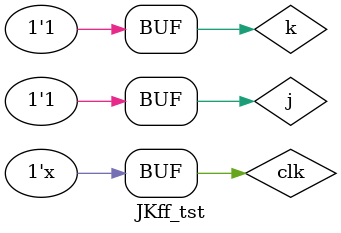
<source format=v>
`timescale 1ns / 1ps


module JKff_tst;

	// Inputs
	reg j;
	reg k;
	reg clk;

	// Outputs
	wire q;
	wire qbar;

	// Instantiate the Unit Under Test (UUT)
	JKff uut (
		.j(j), 
		.k(k), 
		.clk(clk), 
		.q(q), 
		.qbar(qbar)
	);

	always #50 clk=~clk;
	initial begin
		// Initialize Inputs
		j = 0;
		k = 0;
		clk = 0;

		// Wait 100 ns for global reset to finish
		#100;
        
		// Add stimulus here
		j=0; k=1;
		#100; j=1; k=0;
		#100; j=1; k=1;
	 end
      
endmodule


</source>
